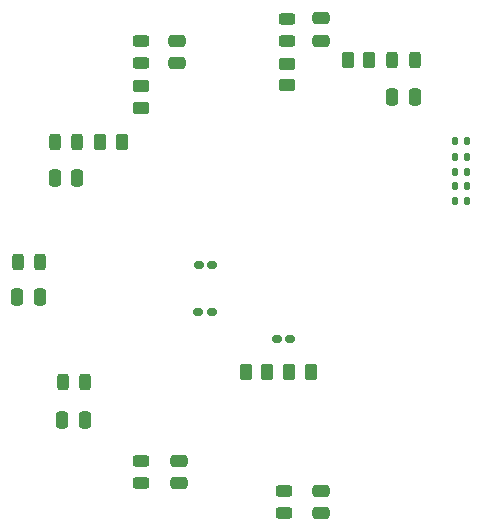
<source format=gbr>
%TF.GenerationSoftware,KiCad,Pcbnew,6.0.1*%
%TF.CreationDate,2022-02-27T14:03:46-05:00*%
%TF.ProjectId,jetta-dash,6a657474-612d-4646-9173-682e6b696361,rev?*%
%TF.SameCoordinates,Original*%
%TF.FileFunction,Paste,Top*%
%TF.FilePolarity,Positive*%
%FSLAX46Y46*%
G04 Gerber Fmt 4.6, Leading zero omitted, Abs format (unit mm)*
G04 Created by KiCad (PCBNEW 6.0.1) date 2022-02-27 14:03:46*
%MOMM*%
%LPD*%
G01*
G04 APERTURE LIST*
G04 Aperture macros list*
%AMRoundRect*
0 Rectangle with rounded corners*
0 $1 Rounding radius*
0 $2 $3 $4 $5 $6 $7 $8 $9 X,Y pos of 4 corners*
0 Add a 4 corners polygon primitive as box body*
4,1,4,$2,$3,$4,$5,$6,$7,$8,$9,$2,$3,0*
0 Add four circle primitives for the rounded corners*
1,1,$1+$1,$2,$3*
1,1,$1+$1,$4,$5*
1,1,$1+$1,$6,$7*
1,1,$1+$1,$8,$9*
0 Add four rect primitives between the rounded corners*
20,1,$1+$1,$2,$3,$4,$5,0*
20,1,$1+$1,$4,$5,$6,$7,0*
20,1,$1+$1,$6,$7,$8,$9,0*
20,1,$1+$1,$8,$9,$2,$3,0*%
G04 Aperture macros list end*
%ADD10RoundRect,0.160000X0.222500X0.160000X-0.222500X0.160000X-0.222500X-0.160000X0.222500X-0.160000X0*%
%ADD11RoundRect,0.160000X-0.222500X-0.160000X0.222500X-0.160000X0.222500X0.160000X-0.222500X0.160000X0*%
%ADD12RoundRect,0.250000X0.475000X-0.250000X0.475000X0.250000X-0.475000X0.250000X-0.475000X-0.250000X0*%
%ADD13RoundRect,0.250000X-0.262500X-0.450000X0.262500X-0.450000X0.262500X0.450000X-0.262500X0.450000X0*%
%ADD14RoundRect,0.250000X-0.475000X0.250000X-0.475000X-0.250000X0.475000X-0.250000X0.475000X0.250000X0*%
%ADD15RoundRect,0.243750X0.243750X0.456250X-0.243750X0.456250X-0.243750X-0.456250X0.243750X-0.456250X0*%
%ADD16RoundRect,0.243750X-0.456250X0.243750X-0.456250X-0.243750X0.456250X-0.243750X0.456250X0.243750X0*%
%ADD17RoundRect,0.250000X0.262500X0.450000X-0.262500X0.450000X-0.262500X-0.450000X0.262500X-0.450000X0*%
%ADD18RoundRect,0.250000X0.250000X0.475000X-0.250000X0.475000X-0.250000X-0.475000X0.250000X-0.475000X0*%
%ADD19RoundRect,0.250000X-0.450000X0.262500X-0.450000X-0.262500X0.450000X-0.262500X0.450000X0.262500X0*%
%ADD20RoundRect,0.243750X0.456250X-0.243750X0.456250X0.243750X-0.456250X0.243750X-0.456250X-0.243750X0*%
%ADD21RoundRect,0.243750X-0.243750X-0.456250X0.243750X-0.456250X0.243750X0.456250X-0.243750X0.456250X0*%
%ADD22RoundRect,0.250000X-0.250000X-0.475000X0.250000X-0.475000X0.250000X0.475000X-0.250000X0.475000X0*%
%ADD23RoundRect,0.135000X-0.135000X-0.185000X0.135000X-0.185000X0.135000X0.185000X-0.135000X0.185000X0*%
G04 APERTURE END LIST*
D10*
%TO.C,D22*%
X145733500Y-109474000D03*
X144588500Y-109474000D03*
%TD*%
%TO.C,D21*%
X145669000Y-113411000D03*
X144524000Y-113411000D03*
%TD*%
D11*
%TO.C,D20*%
X151192500Y-115697000D03*
X152337500Y-115697000D03*
%TD*%
D12*
%TO.C,C1*%
X154940000Y-130490000D03*
X154940000Y-128590000D03*
%TD*%
D13*
%TO.C,R21*%
X152249500Y-118491000D03*
X154074500Y-118491000D03*
%TD*%
D14*
%TO.C,C7*%
X154940000Y-88585000D03*
X154940000Y-90485000D03*
%TD*%
D15*
%TO.C,D5*%
X134292500Y-99060000D03*
X132417500Y-99060000D03*
%TD*%
D16*
%TO.C,D1*%
X151765000Y-128597500D03*
X151765000Y-130472500D03*
%TD*%
D13*
%TO.C,R22*%
X148566500Y-118491000D03*
X150391500Y-118491000D03*
%TD*%
D15*
%TO.C,D4*%
X131117500Y-109220000D03*
X129242500Y-109220000D03*
%TD*%
D17*
%TO.C,R28*%
X159027500Y-92075000D03*
X157202500Y-92075000D03*
%TD*%
D12*
%TO.C,C2*%
X142875000Y-127950000D03*
X142875000Y-126050000D03*
%TD*%
D18*
%TO.C,C8*%
X162875000Y-95250000D03*
X160975000Y-95250000D03*
%TD*%
D19*
%TO.C,R27*%
X152019000Y-92432500D03*
X152019000Y-94257500D03*
%TD*%
%TO.C,R26*%
X139700000Y-94337500D03*
X139700000Y-96162500D03*
%TD*%
D15*
%TO.C,D3*%
X134927500Y-119380000D03*
X133052500Y-119380000D03*
%TD*%
D14*
%TO.C,C6*%
X142748000Y-90490000D03*
X142748000Y-92390000D03*
%TD*%
D20*
%TO.C,D6*%
X139700000Y-92377500D03*
X139700000Y-90502500D03*
%TD*%
D21*
%TO.C,D8*%
X160982500Y-92075000D03*
X162857500Y-92075000D03*
%TD*%
D22*
%TO.C,C5*%
X132400000Y-102108000D03*
X134300000Y-102108000D03*
%TD*%
D13*
%TO.C,R25*%
X136247500Y-99060000D03*
X138072500Y-99060000D03*
%TD*%
D22*
%TO.C,C3*%
X133035000Y-122555000D03*
X134935000Y-122555000D03*
%TD*%
D16*
%TO.C,D2*%
X139700000Y-126057500D03*
X139700000Y-127932500D03*
%TD*%
D22*
%TO.C,C4*%
X129225000Y-112141000D03*
X131125000Y-112141000D03*
%TD*%
D20*
%TO.C,D7*%
X152019000Y-90472500D03*
X152019000Y-88597500D03*
%TD*%
D23*
%TO.C,R12*%
X166241000Y-100330000D03*
X167261000Y-100330000D03*
%TD*%
%TO.C,R13*%
X166241000Y-101600000D03*
X167261000Y-101600000D03*
%TD*%
%TO.C,R15*%
X166241000Y-104013000D03*
X167261000Y-104013000D03*
%TD*%
%TO.C,R11*%
X166241000Y-98933000D03*
X167261000Y-98933000D03*
%TD*%
%TO.C,R14*%
X166241000Y-102743000D03*
X167261000Y-102743000D03*
%TD*%
M02*

</source>
